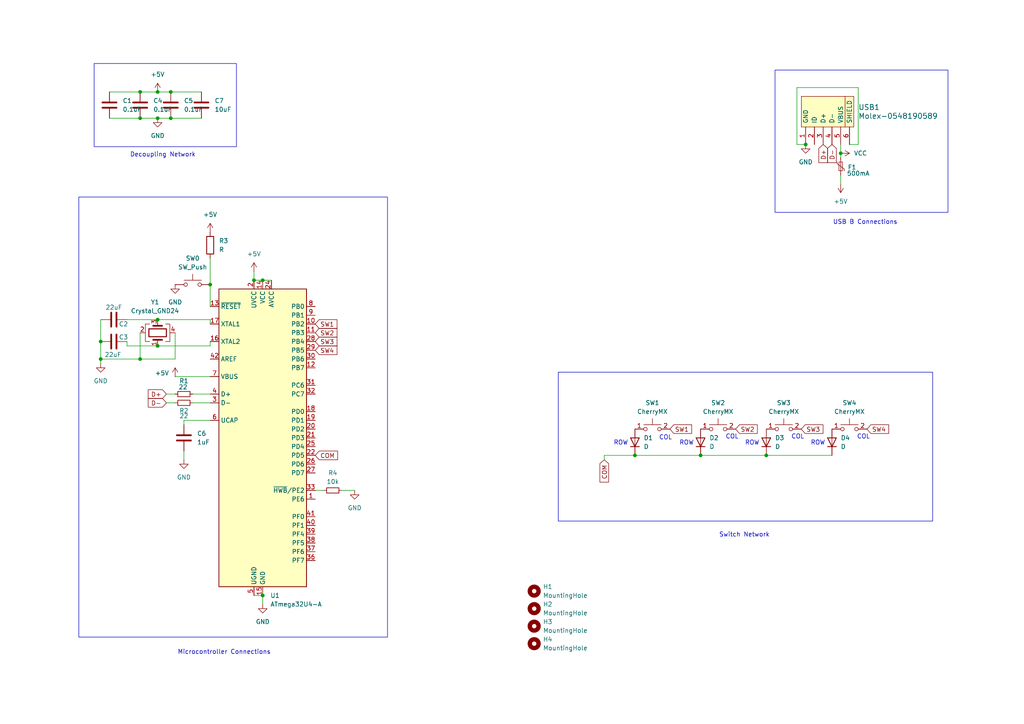
<source format=kicad_sch>
(kicad_sch (version 20231120) (generator "eeschema") (generator_version "8.0")
  (paper "A4")
  (lib_symbols
    (symbol "CherryMX:CherryMX" (pin_names (offset 0.254))
      (property "Reference" "SW" (at 2.54 3.175 0))
      (property "Value" "CherryMX" (at 0 -1.905 0))
      (symbol "CherryMX_1_1"
        (circle (center -2.032 0) (radius 0.508))
        (polyline (pts (xy 0 1.27) (xy 0 3.048)))
        (polyline (pts (xy 2.54 1.27) (xy -2.54 1.27)))
        (circle (center 2.032 0) (radius 0.508))
        (pin passive line (at -5.08 0 0) (length 2.54) (name "~") (number "1"))
        (pin passive line (at 5.08 0 180) (length 2.54) (name "~") (number "2"))
      )
    )
    (symbol "Device:C" (pin_numbers hide) (pin_names (offset 0.254))
      (property "Reference" "C" (at 0.635 2.54 0))
      (property "Value" "C" (at 0.635 -2.54 0))
      (symbol "C_0_1"
        (polyline (pts (xy -2.032 -0.762) (xy 2.032 -0.762)) (stroke (width 0.508)))
        (polyline (pts (xy -2.032 0.762) (xy 2.032 0.762)) (stroke (width 0.508)))
      )
      (symbol "C_1_1"
        (pin passive line (at 0 3.81 270) (length 2.794) (name "~") (number "1"))
        (pin passive line (at 0 -3.81 90) (length 2.794) (name "~") (number "2"))
      )
    )
    (symbol "Device:Crystal_GND24" (pin_names (offset 1.016) hide)
      (property "Reference" "Y" (at 3.175 5.08 0))
      (property "Value" "Crystal_GND24" (at 3.175 3.175 0))
      (symbol "Crystal_GND24_0_1"
        (rectangle (start -1.143 2.54) (end 1.143 -2.54) (stroke (width 0.3048)))
        (polyline (pts (xy -2.54 0) (xy -2.032 0)))
        (polyline (pts (xy -2.032 -1.27) (xy -2.032 1.27)) (stroke (width 0.508)))
        (polyline (pts (xy 0 -3.81) (xy 0 -3.556)))
        (polyline (pts (xy 0 3.556) (xy 0 3.81)))
        (polyline (pts (xy 2.032 -1.27) (xy 2.032 1.27)) (stroke (width 0.508)))
        (polyline (pts (xy 2.032 0) (xy 2.54 0)))
        (polyline (pts (xy -2.54 -2.286) (xy -2.54 -3.556) (xy 2.54 -3.556) (xy 2.54 -2.286)))
        (polyline (pts (xy -2.54 2.286) (xy -2.54 3.556) (xy 2.54 3.556) (xy 2.54 2.286)))
      )
      (symbol "Crystal_GND24_1_1"
        (pin passive line (at -3.81 0 0) (length 1.27) (name "1") (number "1"))
        (pin passive line (at 0 5.08 270) (length 1.27) (name "2") (number "2"))
        (pin passive line (at 3.81 0 180) (length 1.27) (name "3") (number "3"))
        (pin passive line (at 0 -5.08 90) (length 1.27) (name "4") (number "4"))
      )
    )
    (symbol "Device:D" (pin_numbers hide) (pin_names (offset 1.016) hide)
      (property "Reference" "D" (at 0 2.54 0))
      (property "Value" "D" (at 0 -2.54 0))
      (symbol "D_0_1"
        (polyline (pts (xy -1.27 1.27) (xy -1.27 -1.27)) (stroke (width 0.254)))
        (polyline (pts (xy 1.27 0) (xy -1.27 0)))
        (polyline (pts (xy 1.27 1.27) (xy 1.27 -1.27) (xy -1.27 0) (xy 1.27 1.27)) (stroke (width 0.254)))
      )
      (symbol "D_1_1"
        (pin passive line (at -3.81 0 0) (length 2.54) (name "K") (number "1"))
        (pin passive line (at 3.81 0 180) (length 2.54) (name "A") (number "2"))
      )
    )
    (symbol "Device:Polyfuse_Small" (pin_numbers hide) (pin_names (offset 0))
      (property "Reference" "F" (at -1.905 0 90))
      (property "Value" "Polyfuse_Small" (at 1.905 0 90))
      (symbol "Polyfuse_Small_0_1"
        (rectangle (start -0.508 1.27) (end 0.508 -1.27))
        (polyline (pts (xy 0 2.54) (xy 0 -2.54)))
        (polyline (pts (xy -1.016 1.27) (xy -1.016 0.762) (xy 1.016 -0.762) (xy 1.016 -1.27)))
      )
      (symbol "Polyfuse_Small_1_1"
        (pin passive line (at 0 2.54 270) (length 0.635) (name "~") (number "1"))
        (pin passive line (at 0 -2.54 90) (length 0.635) (name "~") (number "2"))
      )
    )
    (symbol "Device:R" (pin_numbers hide) (pin_names (offset 0))
      (property "Reference" "R" (at 2.032 0 90))
      (property "Value" "R" (at 0 0 90))
      (symbol "R_0_1"
        (rectangle (start -1.016 -2.54) (end 1.016 2.54) (stroke (width 0.254)))
      )
      (symbol "R_1_1"
        (pin passive line (at 0 3.81 270) (length 1.27) (name "~") (number "1"))
        (pin passive line (at 0 -3.81 90) (length 1.27) (name "~") (number "2"))
      )
    )
    (symbol "Device:R_Small" (pin_numbers hide) (pin_names (offset 0.254) hide)
      (property "Reference" "R" (at 0.762 0.508 0))
      (property "Value" "R_Small" (at 0.762 -1.016 0))
      (symbol "R_Small_0_1"
        (rectangle (start -0.762 1.778) (end 0.762 -1.778) (stroke (width 0.2032)))
      )
      (symbol "R_Small_1_1"
        (pin passive line (at 0 2.54 270) (length 0.762) (name "~") (number "1"))
        (pin passive line (at 0 -2.54 90) (length 0.762) (name "~") (number "2"))
      )
    )
    (symbol "MCU_Microchip_ATmega:ATmega32U4-A"
      (property "Reference" "U" (at -12.7 44.45 0))
      (property "Value" "ATmega32U4-A" (at 2.54 -44.45 0))
      (symbol "ATmega32U4-A_0_1"
        (rectangle (start -12.7 -43.18) (end 12.7 43.18) (stroke (width 0.254)) (fill (type background)))
      )
      (symbol "ATmega32U4-A_1_1"
        (pin bidirectional line (at 15.24 -17.78 180) (length 2.54) (name "PE6") (number "1"))
        (pin bidirectional line (at 15.24 33.02 180) (length 2.54) (name "PB2") (number "10"))
        (pin bidirectional line (at 15.24 30.48 180) (length 2.54) (name "PB3") (number "11"))
        (pin bidirectional line (at 15.24 20.32 180) (length 2.54) (name "PB7") (number "12"))
        (pin input line (at -15.24 38.1 0) (length 2.54) (name "~{RESET}") (number "13"))
        (pin power_in line (at 0 45.72 270) (length 2.54) (name "VCC") (number "14"))
        (pin power_in line (at 0 -45.72 90) (length 2.54) (name "GND") (number "15"))
        (pin output line (at -15.24 27.94 0) (length 2.54) (name "XTAL2") (number "16"))
        (pin input line (at -15.24 33.02 0) (length 2.54) (name "XTAL1") (number "17"))
        (pin bidirectional line (at 15.24 7.62 180) (length 2.54) (name "PD0") (number "18"))
        (pin bidirectional line (at 15.24 5.08 180) (length 2.54) (name "PD1") (number "19"))
        (pin power_in line (at -2.54 45.72 270) (length 2.54) (name "UVCC") (number "2"))
        (pin bidirectional line (at 15.24 2.54 180) (length 2.54) (name "PD2") (number "20"))
        (pin bidirectional line (at 15.24 0 180) (length 2.54) (name "PD3") (number "21"))
        (pin bidirectional line (at 15.24 -5.08 180) (length 2.54) (name "PD5") (number "22"))
        (pin passive line (at 0 -45.72 90) (length 2.54) hide (name "GND") (number "23"))
        (pin power_in line (at 2.54 45.72 270) (length 2.54) (name "AVCC") (number "24"))
        (pin bidirectional line (at 15.24 -2.54 180) (length 2.54) (name "PD4") (number "25"))
        (pin bidirectional line (at 15.24 -7.62 180) (length 2.54) (name "PD6") (number "26"))
        (pin bidirectional line (at 15.24 -10.16 180) (length 2.54) (name "PD7") (number "27"))
        (pin bidirectional line (at 15.24 27.94 180) (length 2.54) (name "PB4") (number "28"))
        (pin bidirectional line (at 15.24 25.4 180) (length 2.54) (name "PB5") (number "29"))
        (pin bidirectional line (at -15.24 10.16 0) (length 2.54) (name "D-") (number "3"))
        (pin bidirectional line (at 15.24 22.86 180) (length 2.54) (name "PB6") (number "30"))
        (pin bidirectional line (at 15.24 15.24 180) (length 2.54) (name "PC6") (number "31"))
        (pin bidirectional line (at 15.24 12.7 180) (length 2.54) (name "PC7") (number "32"))
        (pin bidirectional line (at 15.24 -15.24 180) (length 2.54) (name "~{HWB}/PE2") (number "33"))
        (pin passive line (at 0 45.72 270) (length 2.54) hide (name "VCC") (number "34"))
        (pin passive line (at 0 -45.72 90) (length 2.54) hide (name "GND") (number "35"))
        (pin bidirectional line (at 15.24 -35.56 180) (length 2.54) (name "PF7") (number "36"))
        (pin bidirectional line (at 15.24 -33.02 180) (length 2.54) (name "PF6") (number "37"))
        (pin bidirectional line (at 15.24 -30.48 180) (length 2.54) (name "PF5") (number "38"))
        (pin bidirectional line (at 15.24 -27.94 180) (length 2.54) (name "PF4") (number "39"))
        (pin bidirectional line (at -15.24 12.7 0) (length 2.54) (name "D+") (number "4"))
        (pin bidirectional line (at 15.24 -25.4 180) (length 2.54) (name "PF1") (number "40"))
        (pin bidirectional line (at 15.24 -22.86 180) (length 2.54) (name "PF0") (number "41"))
        (pin passive line (at -15.24 22.86 0) (length 2.54) (name "AREF") (number "42"))
        (pin passive line (at 0 -45.72 90) (length 2.54) hide (name "GND") (number "43"))
        (pin passive line (at 2.54 45.72 270) (length 2.54) hide (name "AVCC") (number "44"))
        (pin passive line (at -2.54 -45.72 90) (length 2.54) (name "UGND") (number "5"))
        (pin passive line (at -15.24 5.08 0) (length 2.54) (name "UCAP") (number "6"))
        (pin input line (at -15.24 17.78 0) (length 2.54) (name "VBUS") (number "7"))
        (pin bidirectional line (at 15.24 38.1 180) (length 2.54) (name "PB0") (number "8"))
        (pin bidirectional line (at 15.24 35.56 180) (length 2.54) (name "PB1") (number "9"))
      )
    )
    (symbol "Mechanical:MountingHole" (pin_names (offset 1.016)) (exclude_from_sim yes) (in_bom no)
      (property "Reference" "H" (at 0 5.08 0))
      (property "Value" "MountingHole" (at 0 3.175 0))
      (symbol "MountingHole_0_1"
        (circle (center 0 0) (radius 1.27) (stroke (width 1.27)))
      )
    )
    (symbol "Switch:SW_Push" (pin_numbers hide) (pin_names (offset 1.016) hide)
      (property "Reference" "SW" (at 1.27 2.54 0))
      (property "Value" "SW_Push" (at 0 -1.524 0))
      (symbol "SW_Push_0_1"
        (circle (center -2.032 0) (radius 0.508))
        (polyline (pts (xy 0 1.27) (xy 0 3.048)))
        (polyline (pts (xy 2.54 1.27) (xy -2.54 1.27)))
        (circle (center 2.032 0) (radius 0.508))
        (pin passive line (at -5.08 0 0) (length 2.54) (name "1") (number "1"))
        (pin passive line (at 5.08 0 180) (length 2.54) (name "2") (number "2"))
      )
    )
    (symbol "power:+5V" (power) (pin_numbers hide) (pin_names (offset 0) hide)
      (property "Value" "+5V" (at 0 3.556 0))
      (symbol "+5V_0_1"
        (polyline (pts (xy -0.762 1.27) (xy 0 2.54)))
        (polyline (pts (xy 0 0) (xy 0 2.54)))
        (polyline (pts (xy 0 2.54) (xy 0.762 1.27)))
      )
      (symbol "+5V_1_1"
        (pin power_in line (at 0 0 90) (length 0) (name "~") (number "1"))
      )
    )
    (symbol "power:GND" (power) (pin_numbers hide) (pin_names (offset 0) hide)
      (property "Value" "GND" (at 0 -3.81 0))
      (symbol "GND_0_1"
        (polyline (pts (xy 0 0) (xy 0 -1.27) (xy 1.27 -1.27) (xy 0 -2.54) (xy -1.27 -1.27) (xy 0 -1.27)))
      )
      (symbol "GND_1_1"
        (pin power_in line (at 0 0 270) (length 0) (name "~") (number "1"))
      )
    )
    (symbol "power:VCC" (power) (pin_numbers hide) (pin_names (offset 0) hide)
      (property "Value" "VCC" (at 0 3.556 0))
      (symbol "VCC_0_1"
        (polyline (pts (xy -0.762 1.27) (xy 0 2.54)))
        (polyline (pts (xy 0 0) (xy 0 2.54)))
        (polyline (pts (xy 0 2.54) (xy 0.762 1.27)))
      )
      (symbol "VCC_1_1"
        (pin power_in line (at 0 0 90) (length 0) (name "~") (number "1"))
      )
    )
    (symbol "random-keyboard-parts:Molex-0548190589" (pin_names (offset 1.016))
      (property "Reference" "USB" (at 0 7.62 0))
      (property "Value" "Molex-0548190589" (at 0 10.16 0))
      (symbol "Molex-0548190589_0_0"
        (polyline (pts (xy 6.35 -2.54) (xy 6.35 6.35)))
        (rectangle (start 8.89 -2.54) (end -6.35 6.35) (fill (type background)))
      )
      (symbol "Molex-0548190589_1_1"
        (pin input line (at -5.08 -7.62 90) (length 5.08) (name "GND") (number "1"))
        (pin input line (at -2.54 -7.62 90) (length 5.08) (name "ID") (number "2"))
        (pin input line (at 0 -7.62 90) (length 5.08) (name "D+") (number "3"))
        (pin input line (at 2.54 -7.62 90) (length 5.08) (name "D-") (number "4"))
        (pin input line (at 5.08 -7.62 90) (length 5.08) (name "VBUS") (number "5"))
        (pin input line (at 7.62 -7.62 90) (length 5.08) (name "SHIELD") (number "6"))
      )
    )
  )
  (junction (at 45.72 92.71))
  (junction (at 73.66 81.28))
  (junction (at 40.64 104.14))
  (junction (at 203.2 132.08))
  (junction (at 29.21 104.14))
  (junction (at 222.25 132.08))
  (junction (at 233.68 41.91))
  (junction (at 76.2 81.28))
  (junction (at 184.15 132.08))
  (junction (at 29.21 99.06))
  (junction (at 243.84 44.45))
  (junction (at 45.72 34.29))
  (junction (at 60.96 82.55))
  (junction (at 45.72 26.67))
  (junction (at 40.64 34.29))
  (junction (at 40.64 26.67))
  (junction (at 49.53 34.29))
  (junction (at 49.53 26.67))
  (junction (at 45.72 100.33))
  (junction (at 76.2 172.72))
  (wire (pts (xy 29.21 99.06) (xy 29.21 104.14)))
  (wire (pts (xy 36.83 100.33) (xy 36.83 99.06)))
  (wire (pts (xy 243.84 41.91) (xy 243.84 44.45)))
  (wire (pts (xy 99.06 142.24) (xy 102.87 142.24)))
  (wire (pts (xy 60.96 74.93) (xy 60.96 82.55)))
  (wire (pts (xy 243.84 44.45) (xy 243.84 45.72)))
  (wire (pts (xy 222.25 132.08) (xy 241.3 132.08)))
  (wire (pts (xy 49.53 34.29) (xy 58.42 34.29)))
  (wire (pts (xy 60.96 92.71) (xy 60.96 93.98)))
  (wire (pts (xy 40.64 26.67) (xy 45.72 26.67)))
  (wire (pts (xy 29.21 92.71) (xy 29.21 99.06)))
  (wire (pts (xy 55.88 116.84) (xy 60.96 116.84)))
  (wire (pts (xy 53.34 130.81) (xy 53.34 133.35)))
  (wire (pts (xy 203.2 132.08) (xy 222.25 132.08)))
  (wire (pts (xy 248.92 25.4) (xy 231.14 25.4)))
  (wire (pts (xy 48.26 114.3) (xy 50.8 114.3)))
  (wire (pts (xy 45.72 34.29) (xy 49.53 34.29)))
  (wire (pts (xy 76.2 172.72) (xy 76.2 175.26)))
  (wire (pts (xy 246.38 41.91) (xy 248.92 41.91)))
  (wire (pts (xy 40.64 104.14) (xy 29.21 104.14)))
  (wire (pts (xy 48.26 116.84) (xy 50.8 116.84)))
  (wire (pts (xy 53.34 121.92) (xy 60.96 121.92)))
  (wire (pts (xy 60.96 82.55) (xy 60.96 88.9)))
  (wire (pts (xy 231.14 41.91) (xy 233.68 41.91)))
  (wire (pts (xy 50.8 104.14) (xy 40.64 104.14)))
  (wire (pts (xy 31.75 34.29) (xy 40.64 34.29)))
  (wire (pts (xy 31.75 26.67) (xy 40.64 26.67)))
  (wire (pts (xy 243.84 50.8) (xy 243.84 53.34)))
  (wire (pts (xy 45.72 100.33) (xy 36.83 100.33)))
  (wire (pts (xy 231.14 25.4) (xy 231.14 41.91)))
  (wire (pts (xy 175.26 132.08) (xy 184.15 132.08)))
  (wire (pts (xy 45.72 92.71) (xy 60.96 92.71)))
  (wire (pts (xy 50.8 96.52) (xy 50.8 104.14)))
  (wire (pts (xy 53.34 121.92) (xy 53.34 123.19)))
  (wire (pts (xy 40.64 34.29) (xy 45.72 34.29)))
  (wire (pts (xy 45.72 100.33) (xy 60.96 100.33)))
  (wire (pts (xy 60.96 100.33) (xy 60.96 99.06)))
  (wire (pts (xy 45.72 26.67) (xy 49.53 26.67)))
  (wire (pts (xy 55.88 114.3) (xy 60.96 114.3)))
  (wire (pts (xy 73.66 81.28) (xy 76.2 81.28)))
  (wire (pts (xy 184.15 132.08) (xy 203.2 132.08)))
  (wire (pts (xy 40.64 96.52) (xy 40.64 104.14)))
  (wire (pts (xy 60.96 109.22) (xy 50.8 109.22)))
  (wire (pts (xy 248.92 41.91) (xy 248.92 25.4)))
  (wire (pts (xy 73.66 78.74) (xy 73.66 81.28)))
  (wire (pts (xy 76.2 81.28) (xy 78.74 81.28)))
  (wire (pts (xy 29.21 104.14) (xy 29.21 105.41)))
  (wire (pts (xy 73.66 172.72) (xy 76.2 172.72)))
  (wire (pts (xy 49.53 26.67) (xy 58.42 26.67)))
  (wire (pts (xy 91.44 142.24) (xy 93.98 142.24)))
  (wire (pts (xy 175.26 133.35) (xy 175.26 132.08)))
  (wire (pts (xy 36.83 92.71) (xy 45.72 92.71)))
  (rectangle (start 161.925 107.95) (end 270.51 151.13))
  (rectangle (start 224.79 20.32) (end 274.955 61.595))
  (rectangle (start 22.86 57.15) (end 112.395 184.785))
  (rectangle (start 27.305 18.415) (end 68.58 42.545))
  (text "ROW" (at 180.086 128.524 0) (effects (font (size 1.27 1.27))))
  (text "Switch Network\n" (at 215.9 155.194 0) (effects (font (size 1.27 1.27))))
  (text "USB B Connections" (at 250.952 64.516 0) (effects (font (size 1.27 1.27))))
  (text "Microcontroller Connections" (at 65.024 189.23 0) (effects (font (size 1.27 1.27))))
  (text "ROW" (at 199.136 128.524 0) (effects (font (size 1.27 1.27))))
  (text "COL" (at 231.394 126.746 0) (effects (font (size 1.27 1.27))))
  (text "ROW" (at 237.236 128.524 0) (effects (font (size 1.27 1.27))))
  (text "COL" (at 193.04 127 0) (effects (font (size 1.27 1.27))))
  (text "COL" (at 250.444 126.746 0) (effects (font (size 1.27 1.27))))
  (text "ROW" (at 218.186 128.524 0) (effects (font (size 1.27 1.27))))
  (text "Decoupling Network" (at 47.244 44.958 0) (effects (font (size 1.27 1.27))))
  (text "COL" (at 212.344 126.746 0) (effects (font (size 1.27 1.27))))
  (global_label "COM" (shape input) (at 91.44 132.08 0) (property "Intersheetrefs" "${INTERSHEET_REFS}" (effects (hide yes))))
  (global_label "D+" (shape input) (at 48.26 114.3 180) (property "Intersheetrefs" "${INTERSHEET_REFS}" (effects (hide yes))))
  (global_label "SW4" (shape input) (at 91.44 101.6 0) (property "Intersheetrefs" "${INTERSHEET_REFS}" (effects (hide yes))))
  (global_label "SW2" (shape input) (at 213.36 124.46 0) (property "Intersheetrefs" "${INTERSHEET_REFS}" (effects (hide yes))))
  (global_label "SW3" (shape input) (at 91.44 99.06 0) (property "Intersheetrefs" "${INTERSHEET_REFS}" (effects (hide yes))))
  (global_label "COM" (shape input) (at 175.26 133.35 270) (property "Intersheetrefs" "${INTERSHEET_REFS}" (effects (hide yes))))
  (global_label "D-" (shape input) (at 241.3 41.91 270) (property "Intersheetrefs" "${INTERSHEET_REFS}" (effects (hide yes))))
  (global_label "SW1" (shape input) (at 91.44 93.98 0) (property "Intersheetrefs" "${INTERSHEET_REFS}" (effects (hide yes))))
  (global_label "D-" (shape input) (at 48.26 116.84 180) (property "Intersheetrefs" "${INTERSHEET_REFS}" (effects (hide yes))))
  (global_label "D+" (shape input) (at 238.76 41.91 270) (property "Intersheetrefs" "${INTERSHEET_REFS}" (effects (hide yes))))
  (global_label "SW3" (shape input) (at 232.41 124.46 0) (property "Intersheetrefs" "${INTERSHEET_REFS}" (effects (hide yes))))
  (global_label "SW1" (shape input) (at 194.31 124.46 0) (property "Intersheetrefs" "${INTERSHEET_REFS}" (effects (hide yes))))
  (global_label "SW4" (shape input) (at 251.46 124.46 0) (property "Intersheetrefs" "${INTERSHEET_REFS}" (effects (hide yes))))
  (global_label "SW2" (shape input) (at 91.44 96.52 0) (property "Intersheetrefs" "${INTERSHEET_REFS}" (effects (hide yes))))
  (symbol (lib_id "power:+5V") (at 73.66 78.74 0) (unit 1)
    (property "Reference" "#PWR08" (effects (hide yes)))
    (property "Value" "+5V" (at 73.66 73.66 0))
    (property "Description" "Power symbol creates a global label with name \"+5V\"" (effects (hide yes)))
  )
  (symbol (lib_id "power:GND") (at 29.21 105.41 0) (unit 1)
    (property "Reference" "#PWR01" (effects (hide yes)))
    (property "Value" "GND" (at 29.21 110.49 0))
    (property "Description" "Power symbol creates a global label with name \"GND\" , ground" (effects (hide yes)))
  )
  (symbol (lib_id "Device:C") (at 53.34 127 0) (unit 1)
    (property "Reference" "C6" (at 57.15 125.7299 0) (effects (justify left)))
    (property "Value" "1uF" (at 57.15 128.2699 0) (effects (justify left)))
    (property "Footprint" "Capacitor_SMD:C_0805_2012Metric" (effects (hide yes)))
    (property "Description" "Unpolarized capacitor" (effects (hide yes)))
  )
  (symbol (lib_id "CherryMX:CherryMX") (at 227.33 124.46 0) (unit 1)
    (property "Reference" "SW3" (at 227.33 116.84 0))
    (property "Value" "CherryMX" (at 227.33 119.38 0))
    (property "Footprint" "Button_Switch_Keyboard:SW_Cherry_MX_1.00u_PCB" (effects (hide yes)))
  )
  (symbol (lib_id "power:+5V") (at 45.72 26.67 0) (unit 1)
    (property "Reference" "#PWR02" (effects (hide yes)))
    (property "Value" "+5V" (at 45.72 21.59 0))
    (property "Description" "Power symbol creates a global label with name \"+5V\"" (effects (hide yes)))
  )
  (symbol (lib_id "power:GND") (at 53.34 133.35 0) (unit 1)
    (property "Reference" "#PWR06" (effects (hide yes)))
    (property "Value" "GND" (at 53.34 138.43 0))
    (property "Description" "Power symbol creates a global label with name \"GND\" , ground" (effects (hide yes)))
  )
  (symbol (lib_id "Device:D") (at 184.15 128.27 90) (unit 1)
    (property "Reference" "D1" (at 186.69 126.9999 90) (effects (justify right)))
    (property "Value" "D" (at 186.69 129.5399 90) (effects (justify right)))
    (property "Footprint" "Diode_SMD:D_0805_2012Metric_Pad1.15x1.40mm_HandSolder" (effects (hide yes)))
    (property "Description" "Diode" (effects (hide yes)))
    (property "Sim.Device" "D" (effects (hide yes)))
    (property "Sim.Pins" "1=K 2=A" (effects (hide yes)))
  )
  (symbol (lib_id "Device:Polyfuse_Small") (at 243.84 48.26 0) (unit 1)
    (property "Reference" "F1" (at 245.872 48.514 0) (effects (justify left)))
    (property "Value" "500mA" (at 245.618 50.292 0) (effects (justify left)))
    (property "Footprint" "Fuse:Fuse_1206_3216Metric_Pad1.42x1.75mm_HandSolder" (effects (hide yes)))
    (property "Description" "Resettable fuse, polymeric positive temperature coefficient, small symbol" (effects (hide yes)))
  )
  (symbol (lib_id "power:GND") (at 50.8 82.55 0) (unit 1)
    (property "Reference" "#PWR04" (effects (hide yes)))
    (property "Value" "GND" (at 50.8 87.63 0))
    (property "Description" "Power symbol creates a global label with name \"GND\" , ground" (effects (hide yes)))
  )
  (symbol (lib_id "Device:R_Small") (at 96.52 142.24 90) (unit 1)
    (property "Reference" "R4" (at 96.52 137.16 90))
    (property "Value" "10k" (at 96.52 139.7 90))
    (property "Footprint" "Resistor_SMD:R_0805_2012Metric_Pad1.20x1.40mm_HandSolder" (effects (hide yes)))
    (property "Description" "Resistor, small symbol" (effects (hide yes)))
  )
  (symbol (lib_id "Device:C") (at 33.02 92.71 90) (unit 1)
    (property "Reference" "C2" (at 35.814 93.98 90))
    (property "Value" "22uF" (at 33.02 89.154 90))
    (property "Footprint" "Capacitor_SMD:C_0805_2012Metric" (effects (hide yes)))
    (property "Description" "Unpolarized capacitor" (effects (hide yes)))
  )
  (symbol (lib_id "MCU_Microchip_ATmega:ATmega32U4-A") (at 76.2 127 0) (unit 1)
    (property "Reference" "U1" (at 78.3941 172.72 0) (effects (justify left)))
    (property "Value" "ATmega32U4-A" (at 78.3941 175.26 0) (effects (justify left)))
    (property "Footprint" "Package_QFP:TQFP-44_10x10mm_P0.8mm" (effects (hide yes)))
    (property "Datasheet" "http://ww1.microchip.com/downloads/en/DeviceDoc/Atmel-7766-8-bit-AVR-ATmega16U4-32U4_Datasheet.pdf" (effects (hide yes)))
    (property "Description" "16MHz, 32kB Flash, 2.5kB SRAM, 1kB EEPROM, USB 2.0, TQFP-44" (effects (hide yes)))
  )
  (symbol (lib_id "power:+5V") (at 243.84 53.34 180) (unit 1)
    (property "Reference" "#PWR013" (effects (hide yes)))
    (property "Value" "+5V" (at 243.84 58.42 0))
    (property "Description" "Power symbol creates a global label with name \"+5V\"" (effects (hide yes)))
  )
  (symbol (lib_id "Mechanical:MountingHole") (at 154.94 181.61 0) (unit 1) (exclude_from_sim yes) (in_bom no)
    (property "Reference" "H3" (at 157.48 180.3399 0) (effects (justify left)))
    (property "Value" "MountingHole" (at 157.48 182.8799 0) (effects (justify left)))
    (property "Footprint" "MountingHole:MountingHole_2.1mm" (effects (hide yes)))
    (property "Description" "Mounting Hole without connection" (effects (hide yes)))
  )
  (symbol (lib_id "Device:R") (at 60.96 71.12 0) (unit 1)
    (property "Reference" "R3" (at 63.5 69.8499 0) (effects (justify left)))
    (property "Value" "R" (at 63.5 72.3899 0) (effects (justify left)))
    (property "Footprint" "Resistor_SMD:R_0805_2012Metric_Pad1.20x1.40mm_HandSolder" (effects (hide yes)))
    (property "Description" "Resistor" (effects (hide yes)))
  )
  (symbol (lib_id "Device:R_Small") (at 53.34 114.3 90) (unit 1)
    (property "Reference" "R1" (at 53.34 110.49 90))
    (property "Value" "22" (at 53.086 112.268 90))
    (property "Footprint" "Resistor_SMD:R_0805_2012Metric_Pad1.20x1.40mm_HandSolder" (effects (hide yes)))
    (property "Description" "Resistor, small symbol" (effects (hide yes)))
  )
  (symbol (lib_id "power:GND") (at 233.68 41.91 0) (unit 1)
    (property "Reference" "#PWR011" (effects (hide yes)))
    (property "Value" "GND" (at 233.68 46.99 0))
    (property "Description" "Power symbol creates a global label with name \"GND\" , ground" (effects (hide yes)))
  )
  (symbol (lib_id "Device:R_Small") (at 53.34 116.84 90) (unit 1)
    (property "Reference" "R2" (at 53.34 119.126 90))
    (property "Value" "22" (at 53.34 120.65 90))
    (property "Footprint" "Resistor_SMD:R_0805_2012Metric_Pad1.20x1.40mm_HandSolder" (effects (hide yes)))
    (property "Description" "Resistor, small symbol" (effects (hide yes)))
  )
  (symbol (lib_id "power:+5V") (at 60.96 67.31 0) (unit 1)
    (property "Reference" "#PWR07" (effects (hide yes)))
    (property "Value" "+5V" (at 60.96 62.23 0))
    (property "Description" "Power symbol creates a global label with name \"+5V\"" (effects (hide yes)))
  )
  (symbol (lib_id "Device:C") (at 58.42 30.48 0) (unit 1)
    (property "Reference" "C7" (at 62.23 29.2099 0) (effects (justify left)))
    (property "Value" "10uF" (at 62.23 31.7499 0) (effects (justify left)))
    (property "Footprint" "Capacitor_SMD:C_0805_2012Metric" (effects (hide yes)))
    (property "Description" "Unpolarized capacitor" (effects (hide yes)))
  )
  (symbol (lib_id "power:GND") (at 102.87 142.24 0) (unit 1)
    (property "Reference" "#PWR010" (effects (hide yes)))
    (property "Value" "GND" (at 102.87 147.32 0))
    (property "Description" "Power symbol creates a global label with name \"GND\" , ground" (effects (hide yes)))
  )
  (symbol (lib_id "CherryMX:CherryMX") (at 246.38 124.46 0) (unit 1)
    (property "Reference" "SW4" (at 246.38 116.84 0))
    (property "Value" "CherryMX" (at 246.38 119.38 0))
    (property "Footprint" "Button_Switch_Keyboard:SW_Cherry_MX_1.00u_PCB" (effects (hide yes)))
  )
  (symbol (lib_id "CherryMX:CherryMX") (at 189.23 124.46 0) (unit 1)
    (property "Reference" "SW1" (at 189.23 116.84 0))
    (property "Value" "CherryMX" (at 189.23 119.38 0))
    (property "Footprint" "Button_Switch_Keyboard:SW_Cherry_MX_1.00u_PCB" (effects (hide yes)))
  )
  (symbol (lib_id "random-keyboard-parts:Molex-0548190589") (at 238.76 34.29 0) (unit 1)
    (property "Reference" "USB1" (at 248.92 31.1149 0) (effects (font (size 1.524 1.524)) (justify left)))
    (property "Value" "Molex-0548190589" (at 248.92 33.6549 0) (effects (font (size 1.524 1.524)) (justify left)))
    (property "Footprint" "Connector_USB:USB_Mini-B_Lumberg_2486_01_Horizontal" (effects (hide yes)))
  )
  (symbol (lib_id "power:+5V") (at 50.8 109.22 0) (unit 1)
    (property "Reference" "#PWR05" (effects (hide yes)))
    (property "Value" "+5V" (at 46.99 108.204 0))
    (property "Description" "Power symbol creates a global label with name \"+5V\"" (effects (hide yes)))
  )
  (symbol (lib_id "Device:C") (at 31.75 30.48 0) (unit 1)
    (property "Reference" "C1" (at 35.56 29.2099 0) (effects (justify left)))
    (property "Value" "0.1uF" (at 35.56 31.7499 0) (effects (justify left)))
    (property "Footprint" "Capacitor_SMD:C_0805_2012Metric" (effects (hide yes)))
    (property "Description" "Unpolarized capacitor" (effects (hide yes)))
  )
  (symbol (lib_id "Mechanical:MountingHole") (at 154.94 186.69 0) (unit 1) (exclude_from_sim yes) (in_bom no)
    (property "Reference" "H4" (at 157.48 185.4199 0) (effects (justify left)))
    (property "Value" "MountingHole" (at 157.48 187.9599 0) (effects (justify left)))
    (property "Footprint" "MountingHole:MountingHole_2.1mm" (effects (hide yes)))
    (property "Description" "Mounting Hole without connection" (effects (hide yes)))
  )
  (symbol (lib_id "CherryMX:CherryMX") (at 208.28 124.46 0) (unit 1)
    (property "Reference" "SW2" (at 208.28 116.84 0))
    (property "Value" "CherryMX" (at 208.28 119.38 0))
    (property "Footprint" "Button_Switch_Keyboard:SW_Cherry_MX_1.00u_PCB" (effects (hide yes)))
  )
  (symbol (lib_id "Device:Crystal_GND24") (at 45.72 96.52 90) (unit 1)
    (property "Reference" "Y1" (at 44.958 87.63 90))
    (property "Value" "Crystal_GND24" (at 44.958 90.17 90))
    (property "Footprint" "Crystal:Crystal_SMD_3225-4Pin_3.2x2.5mm_HandSoldering" (effects (hide yes)))
    (property "Description" "Four pin crystal, GND on pins 2 and 4" (effects (hide yes)))
  )
  (symbol (lib_id "power:GND") (at 76.2 175.26 0) (unit 1)
    (property "Reference" "#PWR09" (effects (hide yes)))
    (property "Value" "GND" (at 76.2 180.34 0))
    (property "Description" "Power symbol creates a global label with name \"GND\" , ground" (effects (hide yes)))
  )
  (symbol (lib_id "Device:D") (at 241.3 128.27 90) (unit 1)
    (property "Reference" "D4" (at 243.84 126.9999 90) (effects (justify right)))
    (property "Value" "D" (at 243.84 129.5399 90) (effects (justify right)))
    (property "Footprint" "Diode_SMD:D_0805_2012Metric_Pad1.15x1.40mm_HandSolder" (effects (hide yes)))
    (property "Description" "Diode" (effects (hide yes)))
    (property "Sim.Device" "D" (effects (hide yes)))
    (property "Sim.Pins" "1=K 2=A" (effects (hide yes)))
  )
  (symbol (lib_id "Mechanical:MountingHole") (at 154.94 171.45 0) (unit 1) (exclude_from_sim yes) (in_bom no)
    (property "Reference" "H1" (at 157.48 170.1799 0) (effects (justify left)))
    (property "Value" "MountingHole" (at 157.48 172.7199 0) (effects (justify left)))
    (property "Footprint" "MountingHole:MountingHole_2.1mm" (effects (hide yes)))
    (property "Description" "Mounting Hole without connection" (effects (hide yes)))
  )
  (symbol (lib_id "power:GND") (at 45.72 34.29 0) (unit 1)
    (property "Reference" "#PWR03" (effects (hide yes)))
    (property "Value" "GND" (at 45.72 39.37 0))
    (property "Description" "Power symbol creates a global label with name \"GND\" , ground" (effects (hide yes)))
  )
  (symbol (lib_id "Device:D") (at 203.2 128.27 90) (unit 1)
    (property "Reference" "D2" (at 205.74 126.9999 90) (effects (justify right)))
    (property "Value" "D" (at 205.74 129.5399 90) (effects (justify right)))
    (property "Footprint" "Diode_SMD:D_0805_2012Metric_Pad1.15x1.40mm_HandSolder" (effects (hide yes)))
    (property "Description" "Diode" (effects (hide yes)))
    (property "Sim.Device" "D" (effects (hide yes)))
    (property "Sim.Pins" "1=K 2=A" (effects (hide yes)))
  )
  (symbol (lib_id "Device:D") (at 222.25 128.27 90) (unit 1)
    (property "Reference" "D3" (at 224.79 126.9999 90) (effects (justify right)))
    (property "Value" "D" (at 224.79 129.5399 90) (effects (justify right)))
    (property "Footprint" "Diode_SMD:D_0805_2012Metric_Pad1.15x1.40mm_HandSolder" (effects (hide yes)))
    (property "Description" "Diode" (effects (hide yes)))
    (property "Sim.Device" "D" (effects (hide yes)))
    (property "Sim.Pins" "1=K 2=A" (effects (hide yes)))
  )
  (symbol (lib_id "Device:C") (at 40.64 30.48 0) (unit 1)
    (property "Reference" "C4" (at 44.45 29.2099 0) (effects (justify left)))
    (property "Value" "0.1uF" (at 44.45 31.7499 0) (effects (justify left)))
    (property "Footprint" "Capacitor_SMD:C_0805_2012Metric" (effects (hide yes)))
    (property "Description" "Unpolarized capacitor" (effects (hide yes)))
  )
  (symbol (lib_id "Device:C") (at 33.02 99.06 90) (unit 1)
    (property "Reference" "C3" (at 35.814 97.79 90))
    (property "Value" "22uF" (at 32.766 102.87 90))
    (property "Footprint" "Capacitor_SMD:C_0805_2012Metric" (effects (hide yes)))
    (property "Description" "Unpolarized capacitor" (effects (hide yes)))
  )
  (symbol (lib_id "Mechanical:MountingHole") (at 154.94 176.53 0) (unit 1) (exclude_from_sim yes) (in_bom no)
    (property "Reference" "H2" (at 157.48 175.2599 0) (effects (justify left)))
    (property "Value" "MountingHole" (at 157.48 177.7999 0) (effects (justify left)))
    (property "Footprint" "MountingHole:MountingHole_2.1mm" (effects (hide yes)))
    (property "Description" "Mounting Hole without connection" (effects (hide yes)))
  )
  (symbol (lib_id "Switch:SW_Push") (at 55.88 82.55 0) (unit 1)
    (property "Reference" "SW0" (at 55.88 74.93 0))
    (property "Value" "SW_Push" (at 55.88 77.47 0))
    (property "Footprint" "Button_Switch_SMD:SW_SPST_SKQG_WithStem" (effects (hide yes)))
    (property "Description" "Push button switch, generic, two pins" (effects (hide yes)))
  )
  (symbol (lib_id "power:VCC") (at 243.84 44.45 270) (unit 1)
    (property "Reference" "#PWR012" (effects (hide yes)))
    (property "Value" "VCC" (at 247.65 44.4499 90) (effects (justify left)))
    (property "Description" "Power symbol creates a global label with name \"VCC\"" (effects (hide yes)))
  )
  (symbol (lib_id "Device:C") (at 49.53 30.48 0) (unit 1)
    (property "Reference" "C5" (at 53.34 29.2099 0) (effects (justify left)))
    (property "Value" "0.1uF" (at 53.34 31.7499 0) (effects (justify left)))
    (property "Footprint" "Capacitor_SMD:C_0805_2012Metric" (effects (hide yes)))
    (property "Description" "Unpolarized capacitor" (effects (hide yes)))
  )
)
</source>
